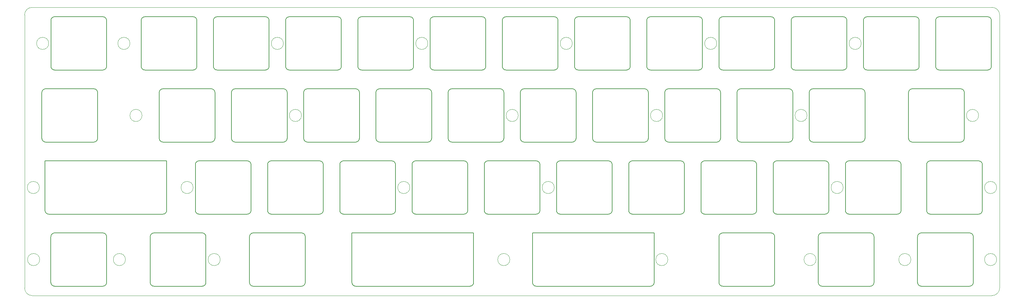
<source format=gm1>
G04 #@! TF.GenerationSoftware,KiCad,Pcbnew,7.0.7-7.0.7~ubuntu23.04.1*
G04 #@! TF.CreationDate,2023-08-18T22:47:33+00:00*
G04 #@! TF.ProjectId,plate,706c6174-652e-46b6-9963-61645f706362,rev?*
G04 #@! TF.SameCoordinates,Original*
G04 #@! TF.FileFunction,Profile,NP*
%FSLAX46Y46*%
G04 Gerber Fmt 4.6, Leading zero omitted, Abs format (unit mm)*
G04 Created by KiCad (PCBNEW 7.0.7-7.0.7~ubuntu23.04.1) date 2023-08-18 22:47:33*
%MOMM*%
%LPD*%
G01*
G04 APERTURE LIST*
G04 #@! TA.AperFunction,Profile*
%ADD10C,0.100000*%
G04 #@! TD*
G04 #@! TA.AperFunction,Profile*
%ADD11C,0.200000*%
G04 #@! TD*
G04 #@! TA.AperFunction,Profile*
%ADD12C,0.050000*%
G04 #@! TD*
G04 APERTURE END LIST*
D10*
X21363751Y-53597501D02*
G75*
G03*
X19363751Y-55597500I-1J-1999999D01*
G01*
X19363750Y-127797500D02*
X19363750Y-55597500D01*
X276538750Y-55597500D02*
X276538750Y-127797500D01*
X274538750Y-129797450D02*
G75*
G03*
X276538750Y-127797500I50J1999950D01*
G01*
X19363750Y-127797500D02*
G75*
G03*
X21363749Y-129797500I2000000J0D01*
G01*
X274538752Y-53597500D02*
X21363751Y-53597500D01*
X21363749Y-129797500D02*
X274538750Y-129797500D01*
X276538800Y-55597500D02*
G75*
G03*
X274538752Y-53597500I-2000000J0D01*
G01*
D11*
X105705840Y-113222580D02*
X137805840Y-113222580D01*
X105705840Y-126322580D02*
X105705840Y-113222580D01*
X136805840Y-127322580D02*
X106705840Y-127322580D01*
X137805840Y-113222580D02*
X137805840Y-126322580D01*
X105705840Y-126322580D02*
G75*
G03*
X106705840Y-127322580I999999J-1D01*
G01*
X136805840Y-127322580D02*
G75*
G03*
X137805840Y-126322580I0J1000000D01*
G01*
X145363440Y-69172500D02*
X145363440Y-57072500D01*
X146363440Y-56072500D02*
X159063440Y-56072500D01*
X159063440Y-70172500D02*
X146363440Y-70172500D01*
X160063440Y-57072500D02*
X160063440Y-69172500D01*
X146363440Y-56072500D02*
G75*
G03*
X145363440Y-57072500I-1J-999999D01*
G01*
X145363440Y-69172500D02*
G75*
G03*
X146363440Y-70172500I999999J-1D01*
G01*
X160063440Y-57072500D02*
G75*
G03*
X159063440Y-56072500I-1000000J0D01*
G01*
X159063440Y-70172500D02*
G75*
G03*
X160063440Y-69172500I0J1000000D01*
G01*
X228705740Y-126322580D02*
X228705740Y-114222580D01*
X229705740Y-113222580D02*
X242405740Y-113222580D01*
X242405740Y-127322580D02*
X229705740Y-127322580D01*
X243405740Y-114222580D02*
X243405740Y-126322580D01*
X229705740Y-113222580D02*
G75*
G03*
X228705740Y-114222580I-1J-999999D01*
G01*
X228705740Y-126322580D02*
G75*
G03*
X229705740Y-127322580I999999J-1D01*
G01*
X243405740Y-114222580D02*
G75*
G03*
X242405740Y-113222580I-1000000J0D01*
G01*
X242405740Y-127322580D02*
G75*
G03*
X243405740Y-126322580I0J1000000D01*
G01*
D12*
X23345000Y-120272500D02*
G75*
G03*
X23345000Y-120272500I-1600000J0D01*
G01*
D11*
X52494640Y-126322580D02*
X52494640Y-114222580D01*
X53494640Y-113222580D02*
X66194640Y-113222580D01*
X66194640Y-127322580D02*
X53494640Y-127322580D01*
X67194640Y-114222580D02*
X67194640Y-126322580D01*
X53494640Y-113222580D02*
G75*
G03*
X52494640Y-114222580I-1J-999999D01*
G01*
X52494640Y-126322580D02*
G75*
G03*
X53494640Y-127322580I999999J-1D01*
G01*
X67194640Y-114222580D02*
G75*
G03*
X66194640Y-113222580I-1000000J0D01*
G01*
X66194640Y-127322580D02*
G75*
G03*
X67194640Y-126322580I0J1000000D01*
G01*
X252519740Y-88222500D02*
X252519740Y-76122500D01*
X253519740Y-75122500D02*
X266219740Y-75122500D01*
X266219740Y-89222500D02*
X253519740Y-89222500D01*
X267219740Y-76122500D02*
X267219740Y-88222500D01*
X253519740Y-75122500D02*
G75*
G03*
X252519740Y-76122500I-1J-999999D01*
G01*
X252519740Y-88222500D02*
G75*
G03*
X253519740Y-89222500I999999J-1D01*
G01*
X267219740Y-76122500D02*
G75*
G03*
X266219740Y-75122500I-1000000J0D01*
G01*
X266219740Y-89222500D02*
G75*
G03*
X267219740Y-88222500I0J1000000D01*
G01*
X23919650Y-88222500D02*
X23919650Y-76122500D01*
X24919650Y-75122500D02*
X37619650Y-75122500D01*
X37619650Y-89222500D02*
X24919650Y-89222500D01*
X38619650Y-76122500D02*
X38619650Y-88222500D01*
X24919650Y-75122500D02*
G75*
G03*
X23919650Y-76122500I-1J-999999D01*
G01*
X23919650Y-88222500D02*
G75*
G03*
X24919650Y-89222500I999999J-1D01*
G01*
X38619650Y-76122500D02*
G75*
G03*
X37619650Y-75122500I-1000000J0D01*
G01*
X37619650Y-89222500D02*
G75*
G03*
X38619650Y-88222500I0J1000000D01*
G01*
X121550940Y-107272650D02*
X121550940Y-95172650D01*
X122550940Y-94172650D02*
X135250940Y-94172650D01*
X135250940Y-108272650D02*
X122550940Y-108272650D01*
X136250940Y-95172650D02*
X136250940Y-107272650D01*
X122550940Y-94172650D02*
G75*
G03*
X121550940Y-95172650I-1J-999999D01*
G01*
X121550940Y-107272650D02*
G75*
G03*
X122550940Y-108272650I999999J-1D01*
G01*
X136250940Y-95172650D02*
G75*
G03*
X135250940Y-94172650I-1000000J0D01*
G01*
X135250940Y-108272650D02*
G75*
G03*
X136250940Y-107272650I0J1000000D01*
G01*
D12*
X270995000Y-82172500D02*
G75*
G03*
X270995000Y-82172500I-1600000J0D01*
G01*
X163838750Y-63122500D02*
G75*
G03*
X163838750Y-63122500I-1600000J0D01*
G01*
D11*
X78688440Y-126322580D02*
X78688440Y-114222580D01*
X79688440Y-113222580D02*
X92388440Y-113222580D01*
X92388440Y-127322580D02*
X79688440Y-127322580D01*
X93388440Y-114222580D02*
X93388440Y-126322580D01*
X79688440Y-113222580D02*
G75*
G03*
X78688440Y-114222580I-1J-999999D01*
G01*
X78688440Y-126322580D02*
G75*
G03*
X79688440Y-127322580I999999J-1D01*
G01*
X93388440Y-114222580D02*
G75*
G03*
X92388440Y-113222580I-1000000J0D01*
G01*
X92388440Y-127322580D02*
G75*
G03*
X93388440Y-126322580I0J1000000D01*
G01*
X64400940Y-107272650D02*
X64400940Y-95172650D01*
X65400940Y-94172650D02*
X78100940Y-94172650D01*
X78100940Y-108272650D02*
X65400940Y-108272650D01*
X79100940Y-95172650D02*
X79100940Y-107272650D01*
X65400940Y-94172650D02*
G75*
G03*
X64400940Y-95172650I-1J-999999D01*
G01*
X64400940Y-107272650D02*
G75*
G03*
X65400940Y-108272650I999999J-1D01*
G01*
X79100940Y-95172650D02*
G75*
G03*
X78100940Y-94172650I-1000000J0D01*
G01*
X78100940Y-108272650D02*
G75*
G03*
X79100940Y-107272650I0J1000000D01*
G01*
X257280740Y-107272650D02*
X257280740Y-95172650D01*
X258280740Y-94172650D02*
X270980740Y-94172650D01*
X270980740Y-108272650D02*
X258280740Y-108272650D01*
X271980740Y-95172650D02*
X271980740Y-107272650D01*
X258280740Y-94172650D02*
G75*
G03*
X257280740Y-95172650I-1J-999999D01*
G01*
X257280740Y-107272650D02*
G75*
G03*
X258280740Y-108272650I999999J-1D01*
G01*
X271980740Y-95172650D02*
G75*
G03*
X270980740Y-94172650I-1000000J0D01*
G01*
X270980740Y-108272650D02*
G75*
G03*
X271980740Y-107272650I0J1000000D01*
G01*
X216800940Y-107272650D02*
X216800940Y-95172650D01*
X217800940Y-94172650D02*
X230500940Y-94172650D01*
X230500940Y-108272650D02*
X217800940Y-108272650D01*
X231500940Y-95172650D02*
X231500940Y-107272650D01*
X217800940Y-94172650D02*
G75*
G03*
X216800940Y-95172650I-1J-999999D01*
G01*
X216800940Y-107272650D02*
G75*
G03*
X217800940Y-108272650I999999J-1D01*
G01*
X231500940Y-95172650D02*
G75*
G03*
X230500940Y-94172650I-1000000J0D01*
G01*
X230500940Y-108272650D02*
G75*
G03*
X231500940Y-107272650I0J1000000D01*
G01*
X150125940Y-88222500D02*
X150125940Y-76122500D01*
X151125940Y-75122500D02*
X163825940Y-75122500D01*
X163825940Y-89222500D02*
X151125940Y-89222500D01*
X164825940Y-76122500D02*
X164825940Y-88222500D01*
X151125940Y-75122500D02*
G75*
G03*
X150125940Y-76122500I-1J-999999D01*
G01*
X150125940Y-88222500D02*
G75*
G03*
X151125940Y-89222500I999999J-1D01*
G01*
X164825940Y-76122500D02*
G75*
G03*
X163825940Y-75122500I-1000000J0D01*
G01*
X163825940Y-89222500D02*
G75*
G03*
X164825940Y-88222500I0J1000000D01*
G01*
X254900740Y-126322580D02*
X254900740Y-114222580D01*
X255900740Y-113222580D02*
X268600740Y-113222580D01*
X268600740Y-127322580D02*
X255900740Y-127322580D01*
X269600740Y-114222580D02*
X269600740Y-126322580D01*
X255900740Y-113222580D02*
G75*
G03*
X254900740Y-114222580I-1J-999999D01*
G01*
X254900740Y-126322580D02*
G75*
G03*
X255900740Y-127322580I999999J-1D01*
G01*
X269600740Y-114222580D02*
G75*
G03*
X268600740Y-113222580I-1000000J0D01*
G01*
X268600740Y-127322580D02*
G75*
G03*
X269600740Y-126322580I0J1000000D01*
G01*
X24744740Y-94172650D02*
X56844740Y-94172650D01*
X24744740Y-107272650D02*
X24744740Y-94172650D01*
X55844740Y-108272650D02*
X25744740Y-108272650D01*
X56844740Y-94172650D02*
X56844740Y-107272650D01*
X24744740Y-107272650D02*
G75*
G03*
X25744740Y-108272650I999999J-1D01*
G01*
X55844740Y-108272650D02*
G75*
G03*
X56844740Y-107272650I0J1000000D01*
G01*
D12*
X189030500Y-120272500D02*
G75*
G03*
X189030500Y-120272500I-1600000J0D01*
G01*
X92401250Y-82172500D02*
G75*
G03*
X92401250Y-82172500I-1600000J0D01*
G01*
D11*
X131075940Y-88222500D02*
X131075940Y-76122500D01*
X132075940Y-75122500D02*
X144775940Y-75122500D01*
X144775940Y-89222500D02*
X132075940Y-89222500D01*
X145775940Y-76122500D02*
X145775940Y-88222500D01*
X132075940Y-75122500D02*
G75*
G03*
X131075940Y-76122500I-1J-999999D01*
G01*
X131075940Y-88222500D02*
G75*
G03*
X132075940Y-89222500I999999J-1D01*
G01*
X145775940Y-76122500D02*
G75*
G03*
X144775940Y-75122500I-1000000J0D01*
G01*
X144775940Y-89222500D02*
G75*
G03*
X145775940Y-88222500I0J1000000D01*
G01*
X226325940Y-88222500D02*
X226325940Y-76122500D01*
X227325940Y-75122500D02*
X240025940Y-75122500D01*
X240025940Y-89222500D02*
X227325940Y-89222500D01*
X241025940Y-76122500D02*
X241025940Y-88222500D01*
X227325940Y-75122500D02*
G75*
G03*
X226325940Y-76122500I-1J-999999D01*
G01*
X226325940Y-88222500D02*
G75*
G03*
X227325940Y-89222500I999999J-1D01*
G01*
X241025940Y-76122500D02*
G75*
G03*
X240025940Y-75122500I-1000000J0D01*
G01*
X240025940Y-89222500D02*
G75*
G03*
X241025940Y-88222500I0J1000000D01*
G01*
D12*
X159076250Y-101222500D02*
G75*
G03*
X159076250Y-101222500I-1600000J0D01*
G01*
D11*
X126313440Y-69172500D02*
X126313440Y-57072500D01*
X127313440Y-56072500D02*
X140013440Y-56072500D01*
X140013440Y-70172500D02*
X127313440Y-70172500D01*
X141013440Y-57072500D02*
X141013440Y-69172500D01*
X127313440Y-56072500D02*
G75*
G03*
X126313440Y-57072500I-1J-999999D01*
G01*
X126313440Y-69172500D02*
G75*
G03*
X127313440Y-70172500I999999J-1D01*
G01*
X141013440Y-57072500D02*
G75*
G03*
X140013440Y-56072500I-1000000J0D01*
G01*
X140013440Y-70172500D02*
G75*
G03*
X141013440Y-69172500I0J1000000D01*
G01*
X26301250Y-69172500D02*
X26301250Y-57072500D01*
X27301250Y-56072500D02*
X40001250Y-56072500D01*
X40001250Y-70172500D02*
X27301250Y-70172500D01*
X41001250Y-57072500D02*
X41001250Y-69172500D01*
X27301250Y-56072500D02*
G75*
G03*
X26301250Y-57072500I-1J-999999D01*
G01*
X26301250Y-69172500D02*
G75*
G03*
X27301250Y-70172500I999999J-1D01*
G01*
X41001250Y-57072500D02*
G75*
G03*
X40001250Y-56072500I-1000000J0D01*
G01*
X40001250Y-70172500D02*
G75*
G03*
X41001250Y-69172500I0J1000000D01*
G01*
X83450940Y-107272650D02*
X83450940Y-95172650D01*
X84450940Y-94172650D02*
X97150940Y-94172650D01*
X97150940Y-108272650D02*
X84450940Y-108272650D01*
X98150940Y-95172650D02*
X98150940Y-107272650D01*
X84450940Y-94172650D02*
G75*
G03*
X83450940Y-95172650I-1J-999999D01*
G01*
X83450940Y-107272650D02*
G75*
G03*
X84450940Y-108272650I999999J-1D01*
G01*
X98150940Y-95172650D02*
G75*
G03*
X97150940Y-94172650I-1000000J0D01*
G01*
X97150940Y-108272650D02*
G75*
G03*
X98150940Y-107272650I0J1000000D01*
G01*
X207275940Y-88222500D02*
X207275940Y-76122500D01*
X208275940Y-75122500D02*
X220975940Y-75122500D01*
X220975940Y-89222500D02*
X208275940Y-89222500D01*
X221975940Y-76122500D02*
X221975940Y-88222500D01*
X208275940Y-75122500D02*
G75*
G03*
X207275940Y-76122500I-1J-999999D01*
G01*
X207275940Y-88222500D02*
G75*
G03*
X208275940Y-89222500I999999J-1D01*
G01*
X221975940Y-76122500D02*
G75*
G03*
X220975940Y-75122500I-1000000J0D01*
G01*
X220975940Y-89222500D02*
G75*
G03*
X221975940Y-88222500I0J1000000D01*
G01*
X178700940Y-107272650D02*
X178700940Y-95172650D01*
X179700940Y-94172650D02*
X192400940Y-94172650D01*
X192400940Y-108272650D02*
X179700940Y-108272650D01*
X193400940Y-95172650D02*
X193400940Y-107272650D01*
X179700940Y-94172650D02*
G75*
G03*
X178700940Y-95172650I-1J-999999D01*
G01*
X178700940Y-107272650D02*
G75*
G03*
X179700940Y-108272650I999999J-1D01*
G01*
X193400940Y-95172650D02*
G75*
G03*
X192400940Y-94172650I-1000000J0D01*
G01*
X192400940Y-108272650D02*
G75*
G03*
X193400940Y-107272650I0J1000000D01*
G01*
X50113440Y-69172500D02*
X50113440Y-57072500D01*
X51113440Y-56072500D02*
X63813440Y-56072500D01*
X63813440Y-70172500D02*
X51113440Y-70172500D01*
X64813440Y-57072500D02*
X64813440Y-69172500D01*
X51113440Y-56072500D02*
G75*
G03*
X50113440Y-57072500I-1J-999999D01*
G01*
X50113440Y-69172500D02*
G75*
G03*
X51113440Y-70172500I999999J-1D01*
G01*
X64813440Y-57072500D02*
G75*
G03*
X63813440Y-56072500I-1000000J0D01*
G01*
X63813440Y-70172500D02*
G75*
G03*
X64813440Y-69172500I0J1000000D01*
G01*
D12*
X225751250Y-82172500D02*
G75*
G03*
X225751250Y-82172500I-1600000J0D01*
G01*
D11*
X164413440Y-69172500D02*
X164413440Y-57072500D01*
X165413440Y-56072500D02*
X178113440Y-56072500D01*
X178113440Y-70172500D02*
X165413440Y-70172500D01*
X179113440Y-57072500D02*
X179113440Y-69172500D01*
X165413440Y-56072500D02*
G75*
G03*
X164413440Y-57072500I-1J-999999D01*
G01*
X164413440Y-69172500D02*
G75*
G03*
X165413440Y-70172500I999999J-1D01*
G01*
X179113440Y-57072500D02*
G75*
G03*
X178113440Y-56072500I-1000000J0D01*
G01*
X178113440Y-70172500D02*
G75*
G03*
X179113440Y-69172500I0J1000000D01*
G01*
X202513740Y-126322580D02*
X202513740Y-114222580D01*
X203513740Y-113222580D02*
X216213740Y-113222580D01*
X216213740Y-127322580D02*
X203513740Y-127322580D01*
X217213740Y-114222580D02*
X217213740Y-126322580D01*
X203513740Y-113222580D02*
G75*
G03*
X202513740Y-114222580I-1J-999999D01*
G01*
X202513740Y-126322580D02*
G75*
G03*
X203513740Y-127322580I999999J-1D01*
G01*
X217213740Y-114222580D02*
G75*
G03*
X216213740Y-113222580I-1000000J0D01*
G01*
X216213740Y-127322580D02*
G75*
G03*
X217213740Y-126322580I0J1000000D01*
G01*
D12*
X228131704Y-120272500D02*
G75*
G03*
X228131704Y-120272500I-1600000J0D01*
G01*
X201938750Y-63122500D02*
G75*
G03*
X201938750Y-63122500I-1600000J0D01*
G01*
D11*
X202513440Y-69172500D02*
X202513440Y-57072500D01*
X203513440Y-56072500D02*
X216213440Y-56072500D01*
X216213440Y-70172500D02*
X203513440Y-70172500D01*
X217213440Y-57072500D02*
X217213440Y-69172500D01*
X203513440Y-56072500D02*
G75*
G03*
X202513440Y-57072500I-1J-999999D01*
G01*
X202513440Y-69172500D02*
G75*
G03*
X203513440Y-70172500I999999J-1D01*
G01*
X217213440Y-57072500D02*
G75*
G03*
X216213440Y-56072500I-1000000J0D01*
G01*
X216213440Y-70172500D02*
G75*
G03*
X217213440Y-69172500I0J1000000D01*
G01*
D12*
X235276250Y-101222500D02*
G75*
G03*
X235276250Y-101222500I-1600000J0D01*
G01*
X187651250Y-82172500D02*
G75*
G03*
X187651250Y-82172500I-1600000J0D01*
G01*
D11*
X140600940Y-107272650D02*
X140600940Y-95172650D01*
X141600940Y-94172650D02*
X154300940Y-94172650D01*
X154300940Y-108272650D02*
X141600940Y-108272650D01*
X155300940Y-95172650D02*
X155300940Y-107272650D01*
X141600940Y-94172650D02*
G75*
G03*
X140600940Y-95172650I-1J-999999D01*
G01*
X140600940Y-107272650D02*
G75*
G03*
X141600940Y-108272650I999999J-1D01*
G01*
X155300940Y-95172650D02*
G75*
G03*
X154300940Y-94172650I-1000000J0D01*
G01*
X154300940Y-108272650D02*
G75*
G03*
X155300940Y-107272650I0J1000000D01*
G01*
X183463440Y-69172500D02*
X183463440Y-57072500D01*
X184463440Y-56072500D02*
X197163440Y-56072500D01*
X197163440Y-70172500D02*
X184463440Y-70172500D01*
X198163440Y-57072500D02*
X198163440Y-69172500D01*
X184463440Y-56072500D02*
G75*
G03*
X183463440Y-57072500I-1J-999999D01*
G01*
X183463440Y-69172500D02*
G75*
G03*
X184463440Y-70172500I999999J-1D01*
G01*
X198163440Y-57072500D02*
G75*
G03*
X197163440Y-56072500I-1000000J0D01*
G01*
X197163440Y-70172500D02*
G75*
G03*
X198163440Y-69172500I0J1000000D01*
G01*
X73925940Y-88222500D02*
X73925940Y-76122500D01*
X74925940Y-75122500D02*
X87625940Y-75122500D01*
X87625940Y-89222500D02*
X74925940Y-89222500D01*
X88625940Y-76122500D02*
X88625940Y-88222500D01*
X74925940Y-75122500D02*
G75*
G03*
X73925940Y-76122500I-1J-999999D01*
G01*
X73925940Y-88222500D02*
G75*
G03*
X74925940Y-89222500I999999J-1D01*
G01*
X88625940Y-76122500D02*
G75*
G03*
X87625940Y-75122500I-1000000J0D01*
G01*
X87625940Y-89222500D02*
G75*
G03*
X88625940Y-88222500I0J1000000D01*
G01*
X197750940Y-107272650D02*
X197750940Y-95172650D01*
X198750940Y-94172650D02*
X211450940Y-94172650D01*
X211450940Y-108272650D02*
X198750940Y-108272650D01*
X212450940Y-95172650D02*
X212450940Y-107272650D01*
X198750940Y-94172650D02*
G75*
G03*
X197750940Y-95172650I-1J-999999D01*
G01*
X197750940Y-107272650D02*
G75*
G03*
X198750940Y-108272650I999999J-1D01*
G01*
X212450940Y-95172650D02*
G75*
G03*
X211450940Y-94172650I-1000000J0D01*
G01*
X211450940Y-108272650D02*
G75*
G03*
X212450940Y-107272650I0J1000000D01*
G01*
D12*
X147358625Y-120272149D02*
G75*
G03*
X147358625Y-120272149I-1600000J0D01*
G01*
X23270000Y-101222500D02*
G75*
G03*
X23270000Y-101222500I-1600000J0D01*
G01*
D11*
X259663440Y-69172500D02*
X259663440Y-57072500D01*
X260663440Y-56072500D02*
X273363440Y-56072500D01*
X273363440Y-70172500D02*
X260663440Y-70172500D01*
X274363440Y-57072500D02*
X274363440Y-69172500D01*
X260663440Y-56072500D02*
G75*
G03*
X259663440Y-57072500I-1J-999999D01*
G01*
X259663440Y-69172500D02*
G75*
G03*
X260663440Y-70172500I999999J-1D01*
G01*
X274363440Y-57072500D02*
G75*
G03*
X273363440Y-56072500I-1000000J0D01*
G01*
X273363440Y-70172500D02*
G75*
G03*
X274363440Y-69172500I0J1000000D01*
G01*
X235850940Y-107272650D02*
X235850940Y-95172650D01*
X236850940Y-94172650D02*
X249550940Y-94172650D01*
X249550940Y-108272650D02*
X236850940Y-108272650D01*
X250550940Y-95172650D02*
X250550940Y-107272650D01*
X236850940Y-94172650D02*
G75*
G03*
X235850940Y-95172650I-1J-999999D01*
G01*
X235850940Y-107272650D02*
G75*
G03*
X236850940Y-108272650I999999J-1D01*
G01*
X250550940Y-95172650D02*
G75*
G03*
X249550940Y-94172650I-1000000J0D01*
G01*
X249550940Y-108272650D02*
G75*
G03*
X250550940Y-107272650I0J1000000D01*
G01*
D12*
X275757500Y-120272500D02*
G75*
G03*
X275757500Y-120272500I-1600000J0D01*
G01*
D11*
X221563440Y-69172500D02*
X221563440Y-57072500D01*
X222563440Y-56072500D02*
X235263440Y-56072500D01*
X235263440Y-70172500D02*
X222563440Y-70172500D01*
X236263440Y-57072500D02*
X236263440Y-69172500D01*
X222563440Y-56072500D02*
G75*
G03*
X221563440Y-57072500I-1J-999999D01*
G01*
X221563440Y-69172500D02*
G75*
G03*
X222563440Y-70172500I999999J-1D01*
G01*
X236263440Y-57072500D02*
G75*
G03*
X235263440Y-56072500I-1000000J0D01*
G01*
X235263440Y-70172500D02*
G75*
G03*
X236263440Y-69172500I0J1000000D01*
G01*
D12*
X50345000Y-82172500D02*
G75*
G03*
X50345000Y-82172500I-1600000J0D01*
G01*
X253135625Y-120272500D02*
G75*
G03*
X253135625Y-120272500I-1600000J0D01*
G01*
X47157500Y-63122500D02*
G75*
G03*
X47157500Y-63122500I-1600000J0D01*
G01*
D11*
X240613440Y-69172500D02*
X240613440Y-57072500D01*
X241613440Y-56072500D02*
X254313440Y-56072500D01*
X254313440Y-70172500D02*
X241613440Y-70172500D01*
X255313440Y-57072500D02*
X255313440Y-69172500D01*
X241613440Y-56072500D02*
G75*
G03*
X240613440Y-57072500I-1J-999999D01*
G01*
X240613440Y-69172500D02*
G75*
G03*
X241613440Y-70172500I999999J-1D01*
G01*
X255313440Y-57072500D02*
G75*
G03*
X254313440Y-56072500I-1000000J0D01*
G01*
X254313440Y-70172500D02*
G75*
G03*
X255313440Y-69172500I0J1000000D01*
G01*
X88213440Y-69172500D02*
X88213440Y-57072500D01*
X89213440Y-56072500D02*
X101913440Y-56072500D01*
X101913440Y-70172500D02*
X89213440Y-70172500D01*
X102913440Y-57072500D02*
X102913440Y-69172500D01*
X89213440Y-56072500D02*
G75*
G03*
X88213440Y-57072500I-1J-999999D01*
G01*
X88213440Y-69172500D02*
G75*
G03*
X89213440Y-70172500I999999J-1D01*
G01*
X102913440Y-57072500D02*
G75*
G03*
X101913440Y-56072500I-1000000J0D01*
G01*
X101913440Y-70172500D02*
G75*
G03*
X102913440Y-69172500I0J1000000D01*
G01*
D12*
X87638750Y-63122500D02*
G75*
G03*
X87638750Y-63122500I-1600000J0D01*
G01*
D11*
X102500940Y-107272650D02*
X102500940Y-95172650D01*
X103500940Y-94172650D02*
X116200940Y-94172650D01*
X116200940Y-108272650D02*
X103500940Y-108272650D01*
X117200940Y-95172650D02*
X117200940Y-107272650D01*
X103500940Y-94172650D02*
G75*
G03*
X102500940Y-95172650I-1J-999999D01*
G01*
X102500940Y-107272650D02*
G75*
G03*
X103500940Y-108272650I999999J-1D01*
G01*
X117200940Y-95172650D02*
G75*
G03*
X116200940Y-94172650I-1000000J0D01*
G01*
X116200940Y-108272650D02*
G75*
G03*
X117200940Y-107272650I0J1000000D01*
G01*
X159650940Y-107272650D02*
X159650940Y-95172650D01*
X160650940Y-94172650D02*
X173350940Y-94172650D01*
X173350940Y-108272650D02*
X160650940Y-108272650D01*
X174350940Y-95172650D02*
X174350940Y-107272650D01*
X160650940Y-94172650D02*
G75*
G03*
X159650940Y-95172650I-1J-999999D01*
G01*
X159650940Y-107272650D02*
G75*
G03*
X160650940Y-108272650I999999J-1D01*
G01*
X174350940Y-95172650D02*
G75*
G03*
X173350940Y-94172650I-1000000J0D01*
G01*
X173350940Y-108272650D02*
G75*
G03*
X174350940Y-107272650I0J1000000D01*
G01*
X188225940Y-88222500D02*
X188225940Y-76122500D01*
X189225940Y-75122500D02*
X201925940Y-75122500D01*
X201925940Y-89222500D02*
X189225940Y-89222500D01*
X202925940Y-76122500D02*
X202925940Y-88222500D01*
X189225940Y-75122500D02*
G75*
G03*
X188225940Y-76122500I-1J-999999D01*
G01*
X188225940Y-88222500D02*
G75*
G03*
X189225940Y-89222500I999999J-1D01*
G01*
X202925940Y-76122500D02*
G75*
G03*
X201925940Y-75122500I-1000000J0D01*
G01*
X201925940Y-89222500D02*
G75*
G03*
X202925940Y-88222500I0J1000000D01*
G01*
D12*
X63826250Y-101222500D02*
G75*
G03*
X63826250Y-101222500I-1600000J0D01*
G01*
X25726250Y-63122500D02*
G75*
G03*
X25726250Y-63122500I-1600000J0D01*
G01*
X70970000Y-120272500D02*
G75*
G03*
X70970000Y-120272500I-1600000J0D01*
G01*
X45966875Y-120272500D02*
G75*
G03*
X45966875Y-120272500I-1600000J0D01*
G01*
X240038750Y-63122500D02*
G75*
G03*
X240038750Y-63122500I-1600000J0D01*
G01*
D11*
X54875940Y-88222500D02*
X54875940Y-76122500D01*
X55875940Y-75122500D02*
X68575940Y-75122500D01*
X68575940Y-89222500D02*
X55875940Y-89222500D01*
X69575940Y-76122500D02*
X69575940Y-88222500D01*
X55875940Y-75122500D02*
G75*
G03*
X54875940Y-76122500I-1J-999999D01*
G01*
X54875940Y-88222500D02*
G75*
G03*
X55875940Y-89222500I999999J-1D01*
G01*
X69575940Y-76122500D02*
G75*
G03*
X68575940Y-75122500I-1000000J0D01*
G01*
X68575940Y-89222500D02*
G75*
G03*
X69575940Y-88222500I0J1000000D01*
G01*
X107263440Y-69172500D02*
X107263440Y-57072500D01*
X108263440Y-56072500D02*
X120963440Y-56072500D01*
X120963440Y-70172500D02*
X108263440Y-70172500D01*
X121963440Y-57072500D02*
X121963440Y-69172500D01*
X108263440Y-56072500D02*
G75*
G03*
X107263440Y-57072500I-1J-999999D01*
G01*
X107263440Y-69172500D02*
G75*
G03*
X108263440Y-70172500I999999J-1D01*
G01*
X121963440Y-57072500D02*
G75*
G03*
X120963440Y-56072500I-1000000J0D01*
G01*
X120963440Y-70172500D02*
G75*
G03*
X121963440Y-69172500I0J1000000D01*
G01*
D12*
X149576250Y-82172500D02*
G75*
G03*
X149576250Y-82172500I-1600000J0D01*
G01*
D11*
X69163440Y-69172500D02*
X69163440Y-57072500D01*
X70163440Y-56072500D02*
X82863440Y-56072500D01*
X82863440Y-70172500D02*
X70163440Y-70172500D01*
X83863440Y-57072500D02*
X83863440Y-69172500D01*
X70163440Y-56072500D02*
G75*
G03*
X69163440Y-57072500I-1J-999999D01*
G01*
X69163440Y-69172500D02*
G75*
G03*
X70163440Y-70172500I999999J-1D01*
G01*
X83863440Y-57072500D02*
G75*
G03*
X82863440Y-56072500I-1000000J0D01*
G01*
X82863440Y-70172500D02*
G75*
G03*
X83863440Y-69172500I0J1000000D01*
G01*
D12*
X120976250Y-101222500D02*
G75*
G03*
X120976250Y-101222500I-1600000J0D01*
G01*
X125738750Y-63122500D02*
G75*
G03*
X125738750Y-63122500I-1600000J0D01*
G01*
D11*
X153330740Y-113222580D02*
X185430740Y-113222580D01*
X153330740Y-126322580D02*
X153330740Y-113222580D01*
X184430740Y-127322580D02*
X154330740Y-127322580D01*
X185430740Y-113222580D02*
X185430740Y-126322580D01*
X153330740Y-126322580D02*
G75*
G03*
X154330740Y-127322580I999999J-1D01*
G01*
X184430740Y-127322580D02*
G75*
G03*
X185430740Y-126322580I0J1000000D01*
G01*
X26300900Y-126322580D02*
X26300900Y-114222580D01*
X27300900Y-113222580D02*
X40000900Y-113222580D01*
X40000900Y-127322580D02*
X27300900Y-127322580D01*
X41000900Y-114222580D02*
X41000900Y-126322580D01*
X27300900Y-113222580D02*
G75*
G03*
X26300900Y-114222580I-1J-999999D01*
G01*
X26300900Y-126322580D02*
G75*
G03*
X27300900Y-127322580I999999J-1D01*
G01*
X41000900Y-114222580D02*
G75*
G03*
X40000900Y-113222580I-1000000J0D01*
G01*
X40000900Y-127322580D02*
G75*
G03*
X41000900Y-126322580I0J1000000D01*
G01*
X169175940Y-88222500D02*
X169175940Y-76122500D01*
X170175940Y-75122500D02*
X182875940Y-75122500D01*
X182875940Y-89222500D02*
X170175940Y-89222500D01*
X183875940Y-76122500D02*
X183875940Y-88222500D01*
X170175940Y-75122500D02*
G75*
G03*
X169175940Y-76122500I-1J-999999D01*
G01*
X169175940Y-88222500D02*
G75*
G03*
X170175940Y-89222500I999999J-1D01*
G01*
X183875940Y-76122500D02*
G75*
G03*
X182875940Y-75122500I-1000000J0D01*
G01*
X182875940Y-89222500D02*
G75*
G03*
X183875940Y-88222500I0J1000000D01*
G01*
X92975940Y-88222500D02*
X92975940Y-76122500D01*
X93975940Y-75122500D02*
X106675940Y-75122500D01*
X106675940Y-89222500D02*
X93975940Y-89222500D01*
X107675940Y-76122500D02*
X107675940Y-88222500D01*
X93975940Y-75122500D02*
G75*
G03*
X92975940Y-76122500I-1J-999999D01*
G01*
X92975940Y-88222500D02*
G75*
G03*
X93975940Y-89222500I999999J-1D01*
G01*
X107675940Y-76122500D02*
G75*
G03*
X106675940Y-75122500I-1000000J0D01*
G01*
X106675940Y-89222500D02*
G75*
G03*
X107675940Y-88222500I0J1000000D01*
G01*
D12*
X275757500Y-101222500D02*
G75*
G03*
X275757500Y-101222500I-1600000J0D01*
G01*
D11*
X112025940Y-88222500D02*
X112025940Y-76122500D01*
X113025940Y-75122500D02*
X125725940Y-75122500D01*
X125725940Y-89222500D02*
X113025940Y-89222500D01*
X126725940Y-76122500D02*
X126725940Y-88222500D01*
X113025940Y-75122500D02*
G75*
G03*
X112025940Y-76122500I-1J-999999D01*
G01*
X112025940Y-88222500D02*
G75*
G03*
X113025940Y-89222500I999999J-1D01*
G01*
X126725940Y-76122500D02*
G75*
G03*
X125725940Y-75122500I-1000000J0D01*
G01*
X125725940Y-89222500D02*
G75*
G03*
X126725940Y-88222500I0J1000000D01*
G01*
M02*

</source>
